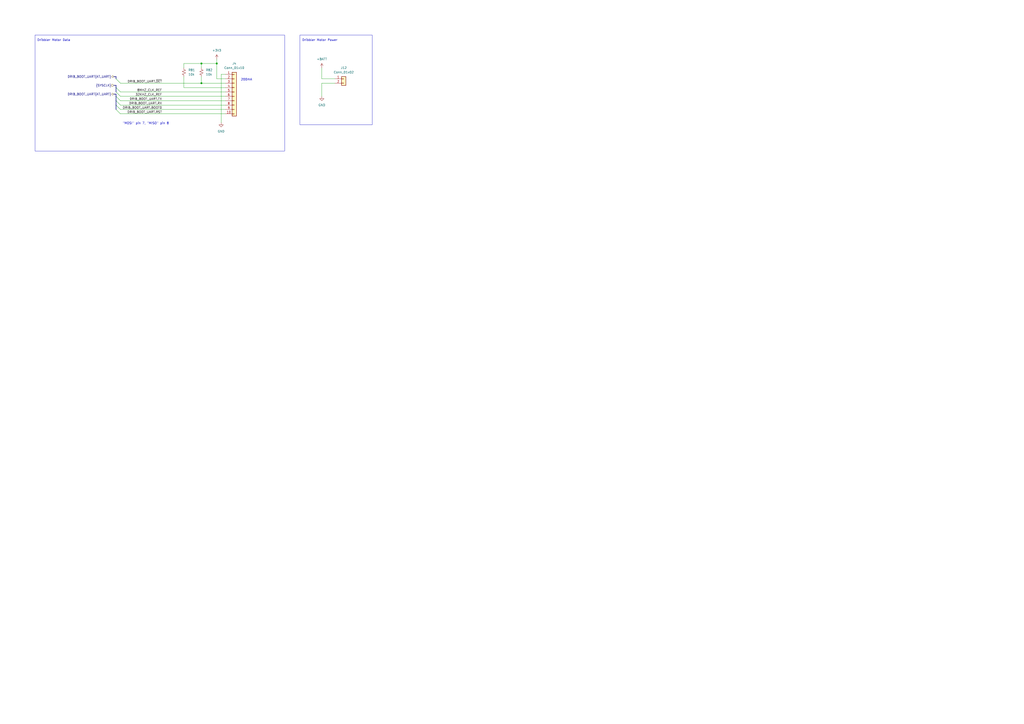
<source format=kicad_sch>
(kicad_sch (version 20230121) (generator eeschema)
  (paper "A2")
  (title_block (title "Kicker") (date "2024-05-23") (rev "3.1") (company "The A-Team (RC SSL)") (comment 1 "W. Stuckey"))
  (lib_symbols
    (symbol "Connector_Generic:Conn_01x02" (pin_names (offset 1.016) hide)
      (property "Reference" "J" (at 0 2.54 0))
      (property "Value" "Conn_01x02" (at 0 -5.08 0))
      (symbol "Conn_01x02_1_1"
        (rectangle (start -1.27 -2.413) (end 0 -2.667) (stroke (width 0.1524)))
        (rectangle (start -1.27 0.127) (end 0 -0.127) (stroke (width 0.1524)))
        (rectangle (start -1.27 1.27) (end 1.27 -3.81) (stroke (width 0.254)) (fill (type background)))
        (pin passive line (at -5.08 0 0) (length 3.81) (name "Pin_1") (number "1"))
        (pin passive line (at -5.08 -2.54 0) (length 3.81) (name "Pin_2") (number "2"))
      )
    )
    (symbol "Connector_Generic:Conn_01x10" (pin_names (offset 1.016) hide)
      (property "Reference" "J" (at 0 12.7 0))
      (property "Value" "Conn_01x10" (at 0 -15.24 0))
      (symbol "Conn_01x10_1_1"
        (rectangle (start -1.27 -12.573) (end 0 -12.827) (stroke (width 0.1524)))
        (rectangle (start -1.27 -10.033) (end 0 -10.287) (stroke (width 0.1524)))
        (rectangle (start -1.27 -7.493) (end 0 -7.747) (stroke (width 0.1524)))
        (rectangle (start -1.27 -4.953) (end 0 -5.207) (stroke (width 0.1524)))
        (rectangle (start -1.27 -2.413) (end 0 -2.667) (stroke (width 0.1524)))
        (rectangle (start -1.27 0.127) (end 0 -0.127) (stroke (width 0.1524)))
        (rectangle (start -1.27 2.667) (end 0 2.413) (stroke (width 0.1524)))
        (rectangle (start -1.27 5.207) (end 0 4.953) (stroke (width 0.1524)))
        (rectangle (start -1.27 7.747) (end 0 7.493) (stroke (width 0.1524)))
        (rectangle (start -1.27 10.287) (end 0 10.033) (stroke (width 0.1524)))
        (rectangle (start -1.27 11.43) (end 1.27 -13.97) (stroke (width 0.254)) (fill (type background)))
        (pin passive line (at -5.08 10.16 0) (length 3.81) (name "Pin_1") (number "1"))
        (pin passive line (at -5.08 -12.7 0) (length 3.81) (name "Pin_10") (number "10"))
        (pin passive line (at -5.08 7.62 0) (length 3.81) (name "Pin_2") (number "2"))
        (pin passive line (at -5.08 5.08 0) (length 3.81) (name "Pin_3") (number "3"))
        (pin passive line (at -5.08 2.54 0) (length 3.81) (name "Pin_4") (number "4"))
        (pin passive line (at -5.08 0 0) (length 3.81) (name "Pin_5") (number "5"))
        (pin passive line (at -5.08 -2.54 0) (length 3.81) (name "Pin_6") (number "6"))
        (pin passive line (at -5.08 -5.08 0) (length 3.81) (name "Pin_7") (number "7"))
        (pin passive line (at -5.08 -7.62 0) (length 3.81) (name "Pin_8") (number "8"))
        (pin passive line (at -5.08 -10.16 0) (length 3.81) (name "Pin_9") (number "9"))
      )
    )
    (symbol "Device:R_Small_US" (pin_numbers hide) (pin_names (offset 0.254) hide)
      (property "Reference" "R" (at 0.762 0.508 0))
      (property "Value" "R_Small_US" (at 0.762 -1.016 0))
      (symbol "R_Small_US_1_1"
        (polyline (pts (xy 0 0) (xy 1.016 -0.381) (xy 0 -0.762) (xy -1.016 -1.143) (xy 0 -1.524)))
        (polyline (pts (xy 0 1.524) (xy 1.016 1.143) (xy 0 0.762) (xy -1.016 0.381) (xy 0 0)))
        (pin passive line (at 0 2.54 270) (length 1.016) (name "~") (number "1"))
        (pin passive line (at 0 -2.54 90) (length 1.016) (name "~") (number "2"))
      )
    )
    (symbol "power:+3V3" (power) (pin_names (offset 0))
      (property "Value" "+3V3" (at 0 3.556 0))
      (symbol "+3V3_0_1"
        (polyline (pts (xy -0.762 1.27) (xy 0 2.54)))
        (polyline (pts (xy 0 0) (xy 0 2.54)))
        (polyline (pts (xy 0 2.54) (xy 0.762 1.27)))
      )
      (symbol "+3V3_1_1"
        (pin power_in line (at 0 0 90) (length 0) hide (name "+3V3") (number "1"))
      )
    )
    (symbol "power:+BATT" (power) (pin_names (offset 0))
      (property "Value" "+BATT" (at 0 3.556 0))
      (symbol "+BATT_0_1"
        (polyline (pts (xy -0.762 1.27) (xy 0 2.54)))
        (polyline (pts (xy 0 0) (xy 0 2.54)))
        (polyline (pts (xy 0 2.54) (xy 0.762 1.27)))
      )
      (symbol "+BATT_1_1"
        (pin power_in line (at 0 0 90) (length 0) hide (name "+BATT") (number "1"))
      )
    )
    (symbol "power:GND" (power) (pin_names (offset 0))
      (property "Value" "GND" (at 0 -3.81 0))
      (symbol "GND_0_1"
        (polyline (pts (xy 0 0) (xy 0 -1.27) (xy 1.27 -1.27) (xy 0 -2.54) (xy -1.27 -1.27) (xy 0 -1.27)))
      )
      (symbol "GND_1_1"
        (pin power_in line (at 0 0 270) (length 0) hide (name "GND") (number "1"))
      )
    )
  )
  (junction (at 125.73 36.83))
  (junction (at 116.84 36.83))
  (junction (at 116.84 48.26))
  (bus_entry (at 67.31 58.42) (size 2.54 2.54))
  (bus_entry (at 67.31 53.34) (size 2.54 2.54))
  (bus_entry (at 67.31 45.72) (size 2.54 2.54))
  (bus_entry (at 67.31 50.8) (size 2.54 2.54))
  (bus_entry (at 67.31 55.88) (size 2.54 2.54))
  (bus_entry (at 67.31 63.5) (size 2.54 2.54))
  (bus_entry (at 67.31 60.96) (size 2.54 2.54))
  (wire (pts (xy 69.85 48.26) (xy 116.84 48.26)))
  (wire (pts (xy 186.69 39.37) (xy 186.69 45.72)))
  (wire (pts (xy 69.85 66.04) (xy 130.81 66.04)))
  (bus (pts (xy 67.31 58.42) (xy 67.31 60.96)))
  (wire (pts (xy 69.85 58.42) (xy 130.81 58.42)))
  (bus (pts (xy 66.04 44.45) (xy 67.31 44.45)))
  (bus (pts (xy 67.31 60.96) (xy 67.31 63.5)))
  (wire (pts (xy 130.81 50.8) (xy 106.68 50.8)))
  (wire (pts (xy 130.81 45.72) (xy 125.73 45.72)))
  (wire (pts (xy 128.27 43.18) (xy 128.27 71.12)))
  (bus (pts (xy 66.04 54.61) (xy 67.31 54.61)))
  (bus (pts (xy 67.31 49.53) (xy 67.31 50.8)))
  (wire (pts (xy 125.73 34.29) (xy 125.73 36.83)))
  (bus (pts (xy 67.31 54.61) (xy 67.31 55.88)))
  (wire (pts (xy 106.68 39.37) (xy 106.68 36.83)))
  (wire (pts (xy 116.84 36.83) (xy 125.73 36.83)))
  (wire (pts (xy 106.68 50.8) (xy 106.68 44.45)))
  (bus (pts (xy 66.04 49.53) (xy 67.31 49.53)))
  (wire (pts (xy 69.85 60.96) (xy 130.81 60.96)))
  (wire (pts (xy 116.84 48.26) (xy 130.81 48.26)))
  (wire (pts (xy 116.84 39.37) (xy 116.84 36.83)))
  (wire (pts (xy 116.84 44.45) (xy 116.84 48.26)))
  (wire (pts (xy 186.69 45.72) (xy 194.31 45.72)))
  (wire (pts (xy 186.69 48.26) (xy 186.69 55.88)))
  (wire (pts (xy 69.85 53.34) (xy 130.81 53.34)))
  (wire (pts (xy 194.31 48.26) (xy 186.69 48.26)))
  (wire (pts (xy 106.68 36.83) (xy 116.84 36.83)))
  (wire (pts (xy 69.85 55.88) (xy 130.81 55.88)))
  (wire (pts (xy 130.81 43.18) (xy 128.27 43.18)))
  (wire (pts (xy 69.85 63.5) (xy 130.81 63.5)))
  (wire (pts (xy 125.73 36.83) (xy 125.73 45.72)))
  (bus (pts (xy 67.31 44.45) (xy 67.31 45.72)))
  (bus (pts (xy 67.31 50.8) (xy 67.31 53.34)))
  (bus (pts (xy 67.31 55.88) (xy 67.31 58.42)))
  (rectangle (start 20.32 20.32) (end 165.1 87.63))
  (rectangle (start 173.99 20.32) (end 215.9 72.39))
  (text "200mA" (at 139.7 46.99 0) (effects (font (size 1.27 1.27)) (justify left bottom)))
  (text "\"MOSI\" pin 7, \"MISO\" pin 8" (at 71.12 72.39 0) (effects (font (size 1.27 1.27)) (justify left bottom)))
  (text "Dribbler Motor Power" (at 175.26 24.13 0) (effects (font (size 1.27 1.27)) (justify left bottom)))
  (text "Dribbler Motor Data" (at 21.59 24.13 0) (effects (font (size 1.27 1.27)) (justify left bottom)))
  (label "8MHZ_CLK_REF" (at 93.98 53.34 180))
  (label "DRIB_BOOT_UART.RST" (at 93.98 66.04 180))
  (label "DRIB_BOOT_UART.TX" (at 93.98 58.42 180))
  (label "DRIB_BOOT_UART.~{DET}" (at 93.98 48.26 180))
  (label "DRIB_BOOT_UART.BOOT0" (at 93.98 63.5 180))
  (label "32KHZ_CLK_REF" (at 93.98 55.88 180))
  (label "DRIB_BOOT_UART.RX" (at 93.98 60.96 180))
  (hierarchical_label "DRIB_BOOT_UART{AT_UART}" (shape bidirectional) (at 66.04 54.61 180))
  (hierarchical_label "DRIB_BOOT_UART{AT_UART}" (shape bidirectional) (at 66.04 44.45 180))
  (hierarchical_label "{SYSCLK}" (shape input) (at 66.04 49.53 180))
  (symbol (lib_id "Connector_Generic:Conn_01x02") (at 199.39 45.72 0) (unit 1)
    (property "Reference" "J12" (at 199.39 39.37 0))
    (property "Value" "Conn_01x02" (at 199.39 41.91 0))
    (property "Footprint" "AT-JST_PA:SM02B-PASS-TBT" (effects hide))
    (property "LCSC" "C160403" (effects hide))
    (instances (project "kicker" (path "" (reference "J12") (unit 1)) (path "" (reference "J10") (unit 1))))
  )
  (symbol (lib_id "power:GND") (at 186.69 55.88 0) (unit 1)
    (property "Reference" "#PWR086" (effects hide))
    (property "Value" "GND" (at 186.69 60.96 0))
    (instances (project "kicker" (path "" (reference "#PWR086") (unit 1)) (path "" (reference "#PWR0144") (unit 1))))
  )
  (symbol (lib_id "Connector_Generic:Conn_01x10") (at 135.89 53.34 0) (unit 1)
    (property "Reference" "J4" (at 135.89 36.83 0))
    (property "Value" "Conn_01x10" (at 135.89 39.37 0))
    (property "Footprint" "Connector_JST:JST_SH_SM10B-SRSS-TB_1x10-1MP_P1.00mm_Horizontal" (effects hide))
    (instances (project "kicker" (path "" (reference "J4") (unit 1)) (path "" (reference "J5") (unit 1)) (path "" (reference "J9") (unit 1))))
  )
  (symbol (lib_id "power:+3V3") (at 125.73 34.29 0) (unit 1)
    (property "Reference" "#PWR0141" (effects hide))
    (property "Value" "+3V3" (at 125.73 29.21 0))
  )
  (symbol (lib_id "Device:R_Small_US") (at 106.68 41.91 0) (unit 1)
    (property "Reference" "R81" (at 109.22 40.64 0) (effects (justify left)))
    (property "Value" "10k" (at 109.22 43.18 0) (effects (justify left)))
    (property "Footprint" "Resistor_SMD:R_0402_1005Metric" (effects hide))
    (property "LCSC" "C60490" (effects hide))
  )
  (symbol (lib_id "Device:R_Small_US") (at 116.84 41.91 0) (unit 1)
    (property "Reference" "R82" (at 119.38 40.64 0) (effects (justify left)))
    (property "Value" "10k" (at 119.38 43.18 0) (effects (justify left)))
    (property "Footprint" "Resistor_SMD:R_0402_1005Metric" (effects hide))
    (property "LCSC" "C60490" (effects hide))
  )
  (symbol (lib_id "power:GND") (at 128.27 71.12 0) (unit 1)
    (property "Reference" "#PWR086" (effects hide))
    (property "Value" "GND" (at 128.27 76.2 0))
    (instances (project "kicker" (path "" (reference "#PWR086") (unit 1)) (path "" (reference "#PWR0142") (unit 1))))
  )
  (symbol (lib_id "power:+BATT") (at 186.69 39.37 0) (mirror y) (unit 1)
    (property "Reference" "#PWR02" (effects hide))
    (property "Value" "+BATT" (at 186.69 34.29 0))
    (instances (project "kicker" (path "" (reference "#PWR02") (unit 1)) (path "" (reference "#PWR0143") (unit 1))))
  )
)
</source>
